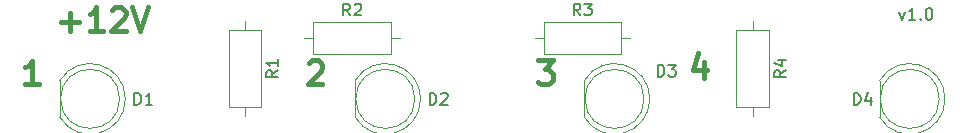
<source format=gbr>
%TF.GenerationSoftware,KiCad,Pcbnew,6.0.5*%
%TF.CreationDate,2022-09-22T17:37:42+02:00*%
%TF.ProjectId,ABS_Simulator_LEDs_a,4142535f-5369-46d7-956c-61746f725f4c,1.0*%
%TF.SameCoordinates,Original*%
%TF.FileFunction,Legend,Top*%
%TF.FilePolarity,Positive*%
%FSLAX46Y46*%
G04 Gerber Fmt 4.6, Leading zero omitted, Abs format (unit mm)*
G04 Created by KiCad (PCBNEW 6.0.5) date 2022-09-22 17:37:42*
%MOMM*%
%LPD*%
G01*
G04 APERTURE LIST*
%ADD10C,0.150000*%
%ADD11C,0.400000*%
%ADD12C,0.120000*%
G04 APERTURE END LIST*
D10*
X171902500Y-37785714D02*
X172140595Y-38452380D01*
X172378690Y-37785714D01*
X173283452Y-38452380D02*
X172712023Y-38452380D01*
X172997738Y-38452380D02*
X172997738Y-37452380D01*
X172902500Y-37595238D01*
X172807261Y-37690476D01*
X172712023Y-37738095D01*
X173712023Y-38357142D02*
X173759642Y-38404761D01*
X173712023Y-38452380D01*
X173664404Y-38404761D01*
X173712023Y-38357142D01*
X173712023Y-38452380D01*
X174378690Y-37452380D02*
X174473928Y-37452380D01*
X174569166Y-37500000D01*
X174616785Y-37547619D01*
X174664404Y-37642857D01*
X174712023Y-37833333D01*
X174712023Y-38071428D01*
X174664404Y-38261904D01*
X174616785Y-38357142D01*
X174569166Y-38404761D01*
X174473928Y-38452380D01*
X174378690Y-38452380D01*
X174283452Y-38404761D01*
X174235833Y-38357142D01*
X174188214Y-38261904D01*
X174140595Y-38071428D01*
X174140595Y-37833333D01*
X174188214Y-37642857D01*
X174235833Y-37547619D01*
X174283452Y-37500000D01*
X174378690Y-37452380D01*
D11*
X99071428Y-43904761D02*
X97928571Y-43904761D01*
X98500000Y-43904761D02*
X98500000Y-41904761D01*
X98309523Y-42190476D01*
X98119047Y-42380952D01*
X97928571Y-42476190D01*
X121920601Y-42088934D02*
X122015839Y-41993696D01*
X122206315Y-41898457D01*
X122682506Y-41898457D01*
X122872982Y-41993696D01*
X122968220Y-42088934D01*
X123063458Y-42279410D01*
X123063458Y-42469886D01*
X122968220Y-42755600D01*
X121825363Y-43898457D01*
X123063458Y-43898457D01*
X100976190Y-38642857D02*
X102500000Y-38642857D01*
X101738095Y-39404761D02*
X101738095Y-37880952D01*
X104500000Y-39404761D02*
X103357142Y-39404761D01*
X103928571Y-39404761D02*
X103928571Y-37404761D01*
X103738095Y-37690476D01*
X103547619Y-37880952D01*
X103357142Y-37976190D01*
X105261904Y-37595238D02*
X105357142Y-37500000D01*
X105547619Y-37404761D01*
X106023809Y-37404761D01*
X106214285Y-37500000D01*
X106309523Y-37595238D01*
X106404761Y-37785714D01*
X106404761Y-37976190D01*
X106309523Y-38261904D01*
X105166666Y-39404761D01*
X106404761Y-39404761D01*
X106976190Y-37404761D02*
X107642857Y-39404761D01*
X108309523Y-37404761D01*
X155362639Y-42050158D02*
X155362639Y-43383491D01*
X154886448Y-41288253D02*
X154410258Y-42716825D01*
X155648353Y-42716825D01*
X141325363Y-41898457D02*
X142563458Y-41898457D01*
X141896791Y-42660362D01*
X142182506Y-42660362D01*
X142372982Y-42755600D01*
X142468220Y-42850838D01*
X142563458Y-43041315D01*
X142563458Y-43517505D01*
X142468220Y-43707981D01*
X142372982Y-43803219D01*
X142182506Y-43898457D01*
X141611077Y-43898457D01*
X141420601Y-43803219D01*
X141325363Y-43707981D01*
D10*
%TO.C,R3*%
X144913333Y-38082380D02*
X144580000Y-37606190D01*
X144341904Y-38082380D02*
X144341904Y-37082380D01*
X144722857Y-37082380D01*
X144818095Y-37130000D01*
X144865714Y-37177619D01*
X144913333Y-37272857D01*
X144913333Y-37415714D01*
X144865714Y-37510952D01*
X144818095Y-37558571D01*
X144722857Y-37606190D01*
X144341904Y-37606190D01*
X145246666Y-37082380D02*
X145865714Y-37082380D01*
X145532380Y-37463333D01*
X145675238Y-37463333D01*
X145770476Y-37510952D01*
X145818095Y-37558571D01*
X145865714Y-37653809D01*
X145865714Y-37891904D01*
X145818095Y-37987142D01*
X145770476Y-38034761D01*
X145675238Y-38082380D01*
X145389523Y-38082380D01*
X145294285Y-38034761D01*
X145246666Y-37987142D01*
%TO.C,R1*%
X119322380Y-42746666D02*
X118846190Y-43080000D01*
X119322380Y-43318095D02*
X118322380Y-43318095D01*
X118322380Y-42937142D01*
X118370000Y-42841904D01*
X118417619Y-42794285D01*
X118512857Y-42746666D01*
X118655714Y-42746666D01*
X118750952Y-42794285D01*
X118798571Y-42841904D01*
X118846190Y-42937142D01*
X118846190Y-43318095D01*
X119322380Y-41794285D02*
X119322380Y-42365714D01*
X119322380Y-42080000D02*
X118322380Y-42080000D01*
X118465238Y-42175238D01*
X118560476Y-42270476D01*
X118608095Y-42365714D01*
%TO.C,D3*%
X151461905Y-43262380D02*
X151461905Y-42262380D01*
X151700001Y-42262380D01*
X151842858Y-42310000D01*
X151938096Y-42405238D01*
X151985715Y-42500476D01*
X152033334Y-42690952D01*
X152033334Y-42833809D01*
X151985715Y-43024285D01*
X151938096Y-43119523D01*
X151842858Y-43214761D01*
X151700001Y-43262380D01*
X151461905Y-43262380D01*
X152366667Y-42262380D02*
X152985715Y-42262380D01*
X152652381Y-42643333D01*
X152795239Y-42643333D01*
X152890477Y-42690952D01*
X152938096Y-42738571D01*
X152985715Y-42833809D01*
X152985715Y-43071904D01*
X152938096Y-43167142D01*
X152890477Y-43214761D01*
X152795239Y-43262380D01*
X152509524Y-43262380D01*
X152414286Y-43214761D01*
X152366667Y-43167142D01*
%TO.C,D4*%
X168061904Y-45642380D02*
X168061904Y-44642380D01*
X168300000Y-44642380D01*
X168442857Y-44690000D01*
X168538095Y-44785238D01*
X168585714Y-44880476D01*
X168633333Y-45070952D01*
X168633333Y-45213809D01*
X168585714Y-45404285D01*
X168538095Y-45499523D01*
X168442857Y-45594761D01*
X168300000Y-45642380D01*
X168061904Y-45642380D01*
X169490476Y-44975714D02*
X169490476Y-45642380D01*
X169252380Y-44594761D02*
X169014285Y-45309047D01*
X169633333Y-45309047D01*
%TO.C,D1*%
X107161904Y-45642380D02*
X107161904Y-44642380D01*
X107400000Y-44642380D01*
X107542857Y-44690000D01*
X107638095Y-44785238D01*
X107685714Y-44880476D01*
X107733333Y-45070952D01*
X107733333Y-45213809D01*
X107685714Y-45404285D01*
X107638095Y-45499523D01*
X107542857Y-45594761D01*
X107400000Y-45642380D01*
X107161904Y-45642380D01*
X108685714Y-45642380D02*
X108114285Y-45642380D01*
X108400000Y-45642380D02*
X108400000Y-44642380D01*
X108304761Y-44785238D01*
X108209523Y-44880476D01*
X108114285Y-44928095D01*
%TO.C,R4*%
X162322380Y-42746666D02*
X161846190Y-43080000D01*
X162322380Y-43318095D02*
X161322380Y-43318095D01*
X161322380Y-42937142D01*
X161370000Y-42841904D01*
X161417619Y-42794285D01*
X161512857Y-42746666D01*
X161655714Y-42746666D01*
X161750952Y-42794285D01*
X161798571Y-42841904D01*
X161846190Y-42937142D01*
X161846190Y-43318095D01*
X161655714Y-41889523D02*
X162322380Y-41889523D01*
X161274761Y-42127619D02*
X161989047Y-42365714D01*
X161989047Y-41746666D01*
%TO.C,R2*%
X125413333Y-38082380D02*
X125080000Y-37606190D01*
X124841904Y-38082380D02*
X124841904Y-37082380D01*
X125222857Y-37082380D01*
X125318095Y-37130000D01*
X125365714Y-37177619D01*
X125413333Y-37272857D01*
X125413333Y-37415714D01*
X125365714Y-37510952D01*
X125318095Y-37558571D01*
X125222857Y-37606190D01*
X124841904Y-37606190D01*
X125794285Y-37177619D02*
X125841904Y-37130000D01*
X125937142Y-37082380D01*
X126175238Y-37082380D01*
X126270476Y-37130000D01*
X126318095Y-37177619D01*
X126365714Y-37272857D01*
X126365714Y-37368095D01*
X126318095Y-37510952D01*
X125746666Y-38082380D01*
X126365714Y-38082380D01*
%TO.C,D2*%
X132156904Y-45642380D02*
X132156904Y-44642380D01*
X132395000Y-44642380D01*
X132537857Y-44690000D01*
X132633095Y-44785238D01*
X132680714Y-44880476D01*
X132728333Y-45070952D01*
X132728333Y-45213809D01*
X132680714Y-45404285D01*
X132633095Y-45499523D01*
X132537857Y-45594761D01*
X132395000Y-45642380D01*
X132156904Y-45642380D01*
X133109285Y-44737619D02*
X133156904Y-44690000D01*
X133252142Y-44642380D01*
X133490238Y-44642380D01*
X133585476Y-44690000D01*
X133633095Y-44737619D01*
X133680714Y-44832857D01*
X133680714Y-44928095D01*
X133633095Y-45070952D01*
X133061666Y-45642380D01*
X133680714Y-45642380D01*
D12*
%TO.C,R3*%
X148350000Y-41370000D02*
X148350000Y-38630000D01*
X141810000Y-38630000D02*
X141810000Y-41370000D01*
X141040000Y-40000000D02*
X141810000Y-40000000D01*
X149120000Y-40000000D02*
X148350000Y-40000000D01*
X141810000Y-41370000D02*
X148350000Y-41370000D01*
X148350000Y-38630000D02*
X141810000Y-38630000D01*
%TO.C,R1*%
X117870000Y-45850000D02*
X117870000Y-39310000D01*
X115130000Y-39310000D02*
X115130000Y-45850000D01*
X116500000Y-38540000D02*
X116500000Y-39310000D01*
X116500000Y-46620000D02*
X116500000Y-45850000D01*
X115130000Y-45850000D02*
X117870000Y-45850000D01*
X117870000Y-39310000D02*
X115130000Y-39310000D01*
%TO.C,D3*%
X145239999Y-43605000D02*
X145239999Y-46695000D01*
X145239999Y-46694830D02*
G75*
G03*
X150789999Y-45149538I2560000J1544830D01*
G01*
X150789999Y-45150462D02*
G75*
G03*
X145239999Y-43605170I-2990000J462D01*
G01*
X150299999Y-45150000D02*
G75*
G03*
X150299999Y-45150000I-2500000J0D01*
G01*
%TO.C,D4*%
X170240000Y-43605000D02*
X170240000Y-46695000D01*
X170240000Y-46694830D02*
G75*
G03*
X175790000Y-45149538I2560000J1544830D01*
G01*
X175790000Y-45150462D02*
G75*
G03*
X170240000Y-43605170I-2990000J462D01*
G01*
X175300000Y-45150000D02*
G75*
G03*
X175300000Y-45150000I-2500000J0D01*
G01*
%TO.C,D1*%
X100840000Y-43605000D02*
X100840000Y-46695000D01*
X106390000Y-45150462D02*
G75*
G03*
X100840000Y-43605170I-2990000J462D01*
G01*
X100840000Y-46694830D02*
G75*
G03*
X106390000Y-45149538I2560000J1544830D01*
G01*
X105900000Y-45150000D02*
G75*
G03*
X105900000Y-45150000I-2500000J0D01*
G01*
%TO.C,R4*%
X159500000Y-38540000D02*
X159500000Y-39310000D01*
X160870000Y-39310000D02*
X158130000Y-39310000D01*
X160870000Y-45850000D02*
X160870000Y-39310000D01*
X158130000Y-39310000D02*
X158130000Y-45850000D01*
X159500000Y-46620000D02*
X159500000Y-45850000D01*
X158130000Y-45850000D02*
X160870000Y-45850000D01*
%TO.C,R2*%
X128850000Y-38630000D02*
X122310000Y-38630000D01*
X121540000Y-40000000D02*
X122310000Y-40000000D01*
X122310000Y-38630000D02*
X122310000Y-41370000D01*
X128850000Y-41370000D02*
X128850000Y-38630000D01*
X129620000Y-40000000D02*
X128850000Y-40000000D01*
X122310000Y-41370000D02*
X128850000Y-41370000D01*
%TO.C,D2*%
X125835000Y-43605000D02*
X125835000Y-46695000D01*
X125835000Y-46694830D02*
G75*
G03*
X131385000Y-45149538I2560000J1544830D01*
G01*
X131385000Y-45150462D02*
G75*
G03*
X125835000Y-43605170I-2990000J462D01*
G01*
X130895000Y-45150000D02*
G75*
G03*
X130895000Y-45150000I-2500000J0D01*
G01*
%TD*%
M02*

</source>
